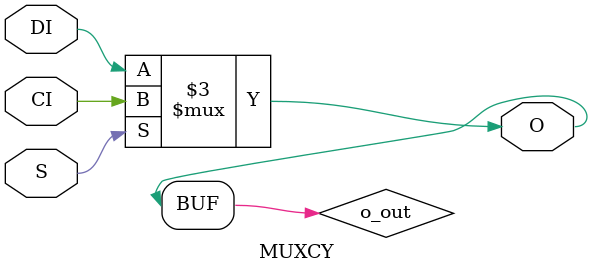
<source format=v>

/*

FUNCTION	: 2 to 1 Multiplexer for Carry Logic

*/

`timescale  100 ps / 10 ps


module MUXCY (O, CI, DI, S);

    output O;
    reg    o_out;

    input  CI, DI, S;

    buf B1 (O, o_out);

	always @(CI or DI or S) begin
	    if (S)
		o_out <= CI;
	    else
		o_out <= DI;
	end

    specify
	(CI => O) = (0, 0);
	(DI => O) = (0, 0);
	(S  => O) = (0, 0);
    endspecify

endmodule


</source>
